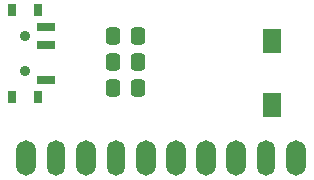
<source format=gbr>
%TF.GenerationSoftware,KiCad,Pcbnew,7.0.2-1.fc38*%
%TF.CreationDate,2023-05-26T14:46:16+02:00*%
%TF.ProjectId,marauder_mini_pcb,6d617261-7564-4657-925f-6d696e695f70,rev?*%
%TF.SameCoordinates,Original*%
%TF.FileFunction,Soldermask,Bot*%
%TF.FilePolarity,Negative*%
%FSLAX46Y46*%
G04 Gerber Fmt 4.6, Leading zero omitted, Abs format (unit mm)*
G04 Created by KiCad (PCBNEW 7.0.2-1.fc38) date 2023-05-26 14:46:16*
%MOMM*%
%LPD*%
G01*
G04 APERTURE LIST*
G04 Aperture macros list*
%AMRoundRect*
0 Rectangle with rounded corners*
0 $1 Rounding radius*
0 $2 $3 $4 $5 $6 $7 $8 $9 X,Y pos of 4 corners*
0 Add a 4 corners polygon primitive as box body*
4,1,4,$2,$3,$4,$5,$6,$7,$8,$9,$2,$3,0*
0 Add four circle primitives for the rounded corners*
1,1,$1+$1,$2,$3*
1,1,$1+$1,$4,$5*
1,1,$1+$1,$6,$7*
1,1,$1+$1,$8,$9*
0 Add four rect primitives between the rounded corners*
20,1,$1+$1,$2,$3,$4,$5,0*
20,1,$1+$1,$4,$5,$6,$7,0*
20,1,$1+$1,$6,$7,$8,$9,0*
20,1,$1+$1,$8,$9,$2,$3,0*%
G04 Aperture macros list end*
%ADD10O,1.700000X3.000000*%
%ADD11O,1.500000X3.000000*%
%ADD12RoundRect,0.250000X0.337500X0.475000X-0.337500X0.475000X-0.337500X-0.475000X0.337500X-0.475000X0*%
%ADD13R,1.600000X2.000000*%
%ADD14RoundRect,0.250000X-0.337500X-0.475000X0.337500X-0.475000X0.337500X0.475000X-0.337500X0.475000X0*%
%ADD15R,0.800000X1.000000*%
%ADD16C,0.900000*%
%ADD17R,1.500000X0.700000*%
G04 APERTURE END LIST*
D10*
%TO.C,J1*%
X94660000Y-72300000D03*
D11*
X92120000Y-72300000D03*
D10*
X89580000Y-72300000D03*
X87040000Y-72300000D03*
X84500000Y-72300000D03*
X81960000Y-72300000D03*
D11*
X79420000Y-72300000D03*
D10*
X76880000Y-72300000D03*
D11*
X74340000Y-72300000D03*
D10*
X71800000Y-72300000D03*
%TD*%
D12*
%TO.C,R1*%
X81237500Y-62000000D03*
X79162500Y-62000000D03*
%TD*%
D13*
%TO.C,IO0*%
X92600000Y-67800000D03*
X92600000Y-62400000D03*
%TD*%
D14*
%TO.C,C2*%
X79162500Y-64200000D03*
X81237500Y-64200000D03*
%TD*%
%TO.C,C1*%
X79162500Y-66400000D03*
X81237500Y-66400000D03*
%TD*%
D15*
%TO.C,SW1*%
X70590000Y-67100000D03*
X72800000Y-67100000D03*
D16*
X71690000Y-64950000D03*
X71690000Y-61950000D03*
D15*
X70590000Y-59800000D03*
X72800000Y-59800000D03*
D17*
X73450000Y-65700000D03*
X73450000Y-62700000D03*
X73450000Y-61200000D03*
%TD*%
M02*

</source>
